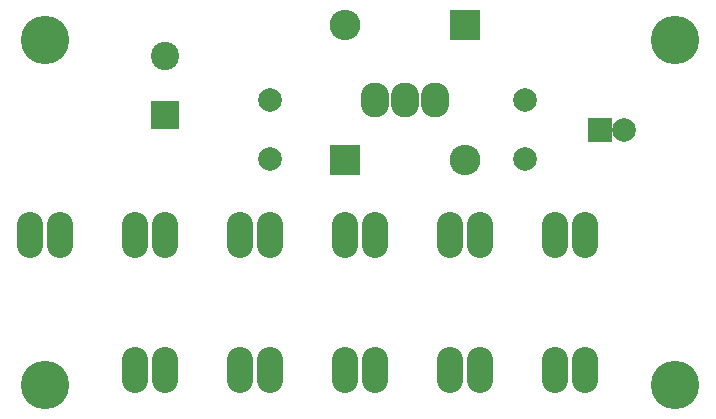
<source format=gts>
G04 #@! TF.FileFunction,Soldermask,Top*
%FSLAX46Y46*%
G04 Gerber Fmt 4.6, Leading zero omitted, Abs format (unit mm)*
G04 Created by KiCad (PCBNEW 4.0.7) date 02/11/18 16:54:13*
%MOMM*%
%LPD*%
G01*
G04 APERTURE LIST*
%ADD10C,0.100000*%
%ADD11O,2.200860X3.900120*%
%ADD12R,2.400000X2.400000*%
%ADD13C,2.400000*%
%ADD14C,2.000000*%
%ADD15R,2.000000X2.000000*%
%ADD16R,2.600000X2.600000*%
%ADD17O,2.600000X2.600000*%
%ADD18O,2.432000X2.940000*%
%ADD19C,4.100000*%
G04 APERTURE END LIST*
D10*
D11*
X160020000Y-118110000D03*
X162560000Y-118110000D03*
X151130000Y-118110000D03*
X153670000Y-118110000D03*
X142240000Y-118110000D03*
X144780000Y-118110000D03*
X168910000Y-118110000D03*
X171450000Y-118110000D03*
X177800000Y-118110000D03*
X180340000Y-118110000D03*
X177800000Y-106680000D03*
X180340000Y-106680000D03*
X168910000Y-106680000D03*
X171450000Y-106680000D03*
X160020000Y-106680000D03*
X162560000Y-106680000D03*
X151130000Y-106680000D03*
X153670000Y-106680000D03*
X142240000Y-106680000D03*
X144780000Y-106680000D03*
X133350000Y-106680000D03*
X135890000Y-106680000D03*
D12*
X144780000Y-96520000D03*
D13*
X144780000Y-91520000D03*
D14*
X153670000Y-95250000D03*
X153670000Y-100250000D03*
X175260000Y-95250000D03*
X175260000Y-100250000D03*
D15*
X181610000Y-97790000D03*
D14*
X183610000Y-97790000D03*
D16*
X160020000Y-100330000D03*
D17*
X170180000Y-100330000D03*
D16*
X170180000Y-88900000D03*
D17*
X160020000Y-88900000D03*
D18*
X165100000Y-95250000D03*
X167640000Y-95250000D03*
X162560000Y-95250000D03*
D19*
X187960000Y-90170000D03*
X187960000Y-119380000D03*
X134620000Y-119380000D03*
X134620000Y-90170000D03*
M02*

</source>
